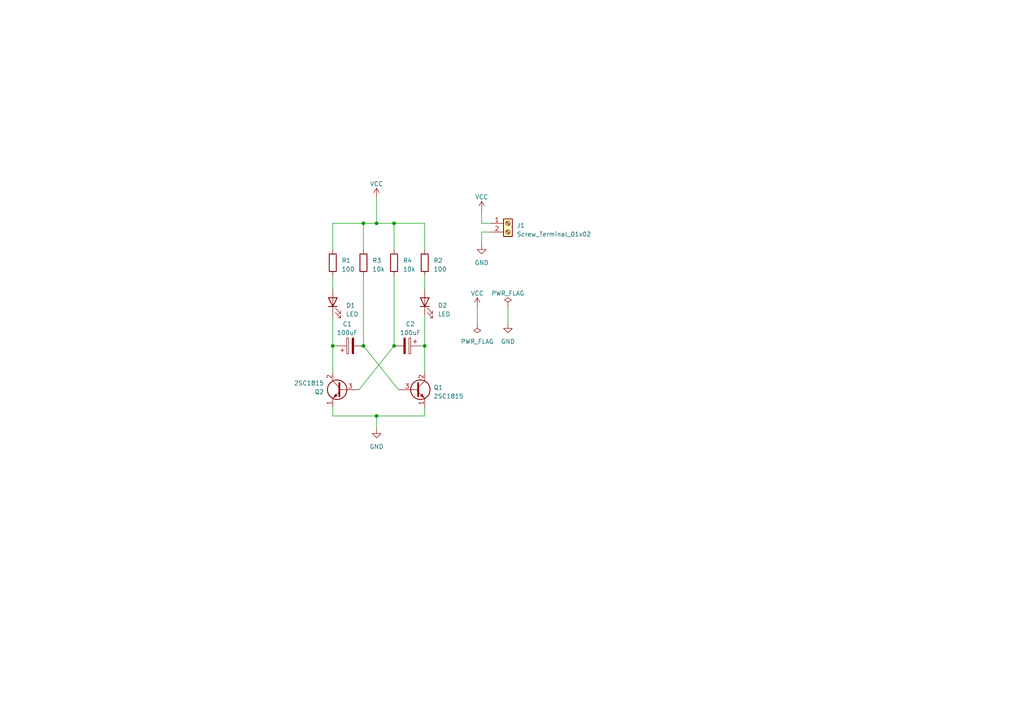
<source format=kicad_sch>
(kicad_sch (version 20230121) (generator eeschema)
  (paper "A4")
  (lib_symbols
    (symbol "Connector:Screw_Terminal_01x02" (pin_names (offset 1.016) hide)
      (property "Reference" "J" (at 0 2.54 0))
      (property "Value" "Screw_Terminal_01x02" (at 0 -5.08 0))
      (symbol "Screw_Terminal_01x02_1_1"
        (rectangle (start -1.27 1.27) (end 1.27 -3.81) (stroke (width 0.254)) (fill (type background)))
        (circle (center 0 -2.54) (radius 0.635) (stroke (width 0.1524)))
        (polyline (pts (xy -0.5334 -2.2098) (xy 0.3302 -3.048)) (stroke (width 0.1524)))
        (polyline (pts (xy -0.5334 0.3302) (xy 0.3302 -0.508)) (stroke (width 0.1524)))
        (polyline (pts (xy -0.3556 -2.032) (xy 0.508 -2.8702)) (stroke (width 0.1524)))
        (polyline (pts (xy -0.3556 0.508) (xy 0.508 -0.3302)) (stroke (width 0.1524)))
        (circle (center 0 0) (radius 0.635) (stroke (width 0.1524)))
        (pin passive line (at -5.08 0 0) (length 3.81) (name "Pin_1") (number "1"))
        (pin passive line (at -5.08 -2.54 0) (length 3.81) (name "Pin_2") (number "2"))
      )
    )
    (symbol "Device:C_Polarized" (pin_numbers hide) (pin_names (offset 0.254))
      (property "Reference" "C" (at 0.635 2.54 0))
      (property "Value" "C_Polarized" (at 0.635 -2.54 0))
      (symbol "C_Polarized_0_1"
        (rectangle (start -2.286 0.508) (end 2.286 1.016))
        (polyline (pts (xy -1.778 2.286) (xy -0.762 2.286)))
        (polyline (pts (xy -1.27 2.794) (xy -1.27 1.778)))
        (rectangle (start 2.286 -0.508) (end -2.286 -1.016) (fill (type outline)))
      )
      (symbol "C_Polarized_1_1"
        (pin passive line (at 0 3.81 270) (length 2.794) (name "~") (number "1"))
        (pin passive line (at 0 -3.81 90) (length 2.794) (name "~") (number "2"))
      )
    )
    (symbol "Device:LED" (pin_numbers hide) (pin_names (offset 1.016) hide)
      (property "Reference" "D" (at 0 2.54 0))
      (property "Value" "LED" (at 0 -2.54 0))
      (symbol "LED_0_1"
        (polyline (pts (xy -1.27 -1.27) (xy -1.27 1.27)) (stroke (width 0.254)))
        (polyline (pts (xy -1.27 0) (xy 1.27 0)))
        (polyline (pts (xy 1.27 -1.27) (xy 1.27 1.27) (xy -1.27 0) (xy 1.27 -1.27)) (stroke (width 0.254)))
        (polyline (pts (xy -3.048 -0.762) (xy -4.572 -2.286) (xy -3.81 -2.286) (xy -4.572 -2.286) (xy -4.572 -1.524)))
        (polyline (pts (xy -1.778 -0.762) (xy -3.302 -2.286) (xy -2.54 -2.286) (xy -3.302 -2.286) (xy -3.302 -1.524)))
      )
      (symbol "LED_1_1"
        (pin passive line (at -3.81 0 0) (length 2.54) (name "K") (number "1"))
        (pin passive line (at 3.81 0 180) (length 2.54) (name "A") (number "2"))
      )
    )
    (symbol "Device:R" (pin_numbers hide) (pin_names (offset 0))
      (property "Reference" "R" (at 2.032 0 90))
      (property "Value" "R" (at 0 0 90))
      (symbol "R_0_1"
        (rectangle (start -1.016 -2.54) (end 1.016 2.54) (stroke (width 0.254)))
      )
      (symbol "R_1_1"
        (pin passive line (at 0 3.81 270) (length 1.27) (name "~") (number "1"))
        (pin passive line (at 0 -3.81 90) (length 1.27) (name "~") (number "2"))
      )
    )
    (symbol "Transistor_BJT:2SC1815" (pin_names (offset 0) hide)
      (property "Reference" "Q" (at 5.08 1.905 0))
      (property "Value" "2SC1815" (at 5.08 0 0))
      (symbol "2SC1815_0_1"
        (polyline (pts (xy 0 0) (xy 0.508 0)))
        (polyline (pts (xy 0.635 0.635) (xy 2.54 2.54)))
        (polyline (pts (xy 0.635 -0.635) (xy 2.54 -2.54) (xy 2.54 -2.54)))
        (polyline (pts (xy 0.635 1.905) (xy 0.635 -1.905) (xy 0.635 -1.905)) (stroke (width 0.508)))
        (polyline (pts (xy 1.27 -1.778) (xy 1.778 -1.27) (xy 2.286 -2.286) (xy 1.27 -1.778) (xy 1.27 -1.778)) (fill (type outline)))
        (circle (center 1.27 0) (radius 2.8194) (stroke (width 0.254)))
      )
      (symbol "2SC1815_1_1"
        (pin passive line (at 2.54 -5.08 90) (length 2.54) (name "E") (number "1"))
        (pin passive line (at 2.54 5.08 270) (length 2.54) (name "C") (number "2"))
        (pin input line (at -5.08 0 0) (length 5.08) (name "B") (number "3"))
      )
    )
    (symbol "power:GND" (power) (pin_names (offset 0))
      (property "Value" "GND" (at 0 -3.81 0))
      (symbol "GND_0_1"
        (polyline (pts (xy 0 0) (xy 0 -1.27) (xy 1.27 -1.27) (xy 0 -2.54) (xy -1.27 -1.27) (xy 0 -1.27)))
      )
      (symbol "GND_1_1"
        (pin power_in line (at 0 0 270) (length 0) hide (name "GND") (number "1"))
      )
    )
    (symbol "power:PWR_FLAG" (power) (pin_numbers hide) (pin_names (offset 0) hide)
      (property "Value" "PWR_FLAG" (at 0 3.81 0))
      (symbol "PWR_FLAG_0_0"
        (pin power_out line (at 0 0 90) (length 0) (name "pwr") (number "1"))
      )
      (symbol "PWR_FLAG_0_1"
        (polyline (pts (xy 0 0) (xy 0 1.27) (xy -1.016 1.905) (xy 0 2.54) (xy 1.016 1.905) (xy 0 1.27)))
      )
    )
    (symbol "power:VCC" (power) (pin_names (offset 0))
      (property "Value" "VCC" (at 0 3.81 0))
      (symbol "VCC_0_1"
        (polyline (pts (xy -0.762 1.27) (xy 0 2.54)))
        (polyline (pts (xy 0 0) (xy 0 2.54)))
        (polyline (pts (xy 0 2.54) (xy 0.762 1.27)))
      )
      (symbol "VCC_1_1"
        (pin power_in line (at 0 0 90) (length 0) hide (name "VCC") (number "1"))
      )
    )
  )
  (junction (at 109.22 64.77))
  (junction (at 114.3 100.33))
  (junction (at 109.22 120.65))
  (junction (at 105.41 64.77))
  (junction (at 123.19 100.33))
  (junction (at 114.3 64.77))
  (junction (at 96.52 100.33))
  (junction (at 105.41 100.33))
  (wire (pts (xy 109.22 120.65) (xy 123.19 120.65)))
  (wire (pts (xy 105.41 64.77) (xy 96.52 64.77)))
  (wire (pts (xy 123.19 120.65) (xy 123.19 118.11)))
  (wire (pts (xy 139.7 64.77) (xy 142.24 64.77)))
  (wire (pts (xy 123.19 91.44) (xy 123.19 100.33)))
  (wire (pts (xy 147.32 88.9) (xy 147.32 93.98)))
  (wire (pts (xy 109.22 64.77) (xy 105.41 64.77)))
  (wire (pts (xy 105.41 80.01) (xy 105.41 100.33)))
  (wire (pts (xy 109.22 120.65) (xy 109.22 124.46)))
  (wire (pts (xy 114.3 64.77) (xy 109.22 64.77)))
  (wire (pts (xy 96.52 118.11) (xy 96.52 120.65)))
  (wire (pts (xy 114.3 64.77) (xy 114.3 72.39)))
  (wire (pts (xy 123.19 72.39) (xy 123.19 64.77)))
  (wire (pts (xy 96.52 120.65) (xy 109.22 120.65)))
  (wire (pts (xy 96.52 91.44) (xy 96.52 100.33)))
  (wire (pts (xy 105.41 100.33) (xy 115.57 113.03)))
  (wire (pts (xy 123.19 80.01) (xy 123.19 83.82)))
  (wire (pts (xy 96.52 80.01) (xy 96.52 83.82)))
  (wire (pts (xy 121.92 100.33) (xy 123.19 100.33)))
  (wire (pts (xy 105.41 64.77) (xy 105.41 72.39)))
  (wire (pts (xy 139.7 60.96) (xy 139.7 64.77)))
  (wire (pts (xy 96.52 100.33) (xy 96.52 107.95)))
  (wire (pts (xy 96.52 64.77) (xy 96.52 72.39)))
  (wire (pts (xy 114.3 100.33) (xy 104.14 113.03)))
  (wire (pts (xy 139.7 67.31) (xy 139.7 71.12)))
  (wire (pts (xy 96.52 100.33) (xy 97.79 100.33)))
  (wire (pts (xy 138.43 88.9) (xy 138.43 93.98)))
  (wire (pts (xy 123.19 100.33) (xy 123.19 107.95)))
  (wire (pts (xy 142.24 67.31) (xy 139.7 67.31)))
  (wire (pts (xy 114.3 80.01) (xy 114.3 100.33)))
  (wire (pts (xy 109.22 57.15) (xy 109.22 64.77)))
  (wire (pts (xy 123.19 64.77) (xy 114.3 64.77)))
  (symbol (lib_id "Device:R") (at 123.19 76.2 0) (unit 1)
    (property "Reference" "R2" (at 125.73 75.565 0) (effects (justify left)))
    (property "Value" "100" (at 125.73 78.105 0) (effects (justify left)))
    (property "Footprint" "Resistor_THT:R_Axial_DIN0207_L6.3mm_D2.5mm_P10.16mm_Horizontal" (effects hide))
  )
  (symbol (lib_id "power:PWR_FLAG") (at 147.32 88.9 0) (unit 1)
    (property "Reference" "#FLG02" (effects hide))
    (property "Value" "PWR_FLAG" (at 147.32 85.09 0))
  )
  (symbol (lib_id "Transistor_BJT:2SC1815") (at 99.06 113.03 0) (mirror y) (unit 1)
    (property "Reference" "Q2" (at 93.98 113.665 0) (effects (justify left)))
    (property "Value" "2SC1815" (at 93.98 111.125 0) (effects (justify left)))
    (property "Footprint" "Package_TO_SOT_THT:TO-92_Inline" (effects hide))
    (property "Datasheet" "https://media.digikey.com/pdf/Data%20Sheets/Toshiba%20PDFs/2SC1815.pdf" (effects hide))
    (property "Sim.Device" "NPN" (effects hide))
    (property "Sim.Type" "GUMMELPOON" (effects hide))
    (property "Sim.Pins" "1=C 2=B 3=E" (effects hide))
  )
  (symbol (lib_id "power:VCC") (at 109.22 57.15 0) (unit 1)
    (property "Reference" "#PWR01" (effects hide))
    (property "Value" "VCC" (at 109.22 53.34 0))
  )
  (symbol (lib_id "power:GND") (at 139.7 71.12 0) (unit 1)
    (property "Reference" "#PWR04" (effects hide))
    (property "Value" "GND" (at 139.7 76.2 0))
  )
  (symbol (lib_id "power:VCC") (at 139.7 60.96 0) (unit 1)
    (property "Reference" "#PWR03" (effects hide))
    (property "Value" "VCC" (at 139.7 57.15 0))
  )
  (symbol (lib_id "Device:C_Polarized") (at 101.6 100.33 90) (unit 1)
    (property "Reference" "C1" (at 100.711 93.98 90))
    (property "Value" "100uF" (at 100.711 96.52 90))
    (property "Footprint" "Capacitor_THT:CP_Radial_D6.3mm_P2.50mm" (effects hide))
  )
  (symbol (lib_id "Transistor_BJT:2SC1815") (at 120.65 113.03 0) (unit 1)
    (property "Reference" "Q1" (at 125.73 112.395 0) (effects (justify left)))
    (property "Value" "2SC1815" (at 125.73 114.935 0) (effects (justify left)))
    (property "Footprint" "Package_TO_SOT_THT:TO-92_Inline" (effects hide))
    (property "Datasheet" "https://media.digikey.com/pdf/Data%20Sheets/Toshiba%20PDFs/2SC1815.pdf" (effects hide))
    (property "Sim.Device" "NPN" (effects hide))
    (property "Sim.Type" "GUMMELPOON" (effects hide))
    (property "Sim.Pins" "1=C 2=B 3=E" (effects hide))
  )
  (symbol (lib_id "power:GND") (at 147.32 93.98 0) (unit 1)
    (property "Reference" "#PWR06" (effects hide))
    (property "Value" "GND" (at 147.32 99.06 0))
  )
  (symbol (lib_id "Device:LED") (at 96.52 87.63 90) (unit 1)
    (property "Reference" "D1" (at 100.33 88.5825 90) (effects (justify right)))
    (property "Value" "LED" (at 100.33 91.1225 90) (effects (justify right)))
    (property "Footprint" "LED_THT:LED_D3.0mm" (effects hide))
  )
  (symbol (lib_id "Connector:Screw_Terminal_01x02") (at 147.32 64.77 0) (unit 1)
    (property "Reference" "J1" (at 149.86 65.405 0) (effects (justify left)))
    (property "Value" "Screw_Terminal_01x02" (at 149.86 67.945 0) (effects (justify left)))
    (property "Footprint" "TerminalBlock:TerminalBlock_bornier-2_P5.08mm" (effects hide))
  )
  (symbol (lib_id "power:VCC") (at 138.43 88.9 0) (unit 1)
    (property "Reference" "#PWR05" (effects hide))
    (property "Value" "VCC" (at 138.43 85.09 0))
  )
  (symbol (lib_id "Device:C_Polarized") (at 118.11 100.33 270) (unit 1)
    (property "Reference" "C2" (at 118.999 93.98 90))
    (property "Value" "100uF" (at 118.999 96.52 90))
    (property "Footprint" "Capacitor_THT:CP_Radial_D6.3mm_P2.50mm" (effects hide))
  )
  (symbol (lib_id "power:GND") (at 109.22 124.46 0) (unit 1)
    (property "Reference" "#PWR02" (effects hide))
    (property "Value" "GND" (at 109.22 129.54 0))
  )
  (symbol (lib_id "Device:R") (at 114.3 76.2 0) (unit 1)
    (property "Reference" "R4" (at 116.84 75.565 0) (effects (justify left)))
    (property "Value" "10k" (at 116.84 78.105 0) (effects (justify left)))
    (property "Footprint" "Resistor_THT:R_Axial_DIN0207_L6.3mm_D2.5mm_P10.16mm_Horizontal" (effects hide))
  )
  (symbol (lib_id "Device:R") (at 105.41 76.2 0) (unit 1)
    (property "Reference" "R3" (at 107.95 75.565 0) (effects (justify left)))
    (property "Value" "10k" (at 107.95 78.105 0) (effects (justify left)))
    (property "Footprint" "Resistor_THT:R_Axial_DIN0207_L6.3mm_D2.5mm_P10.16mm_Horizontal" (effects hide))
  )
  (symbol (lib_id "power:PWR_FLAG") (at 138.43 93.98 180) (unit 1)
    (property "Reference" "#FLG01" (effects hide))
    (property "Value" "PWR_FLAG" (at 138.43 99.06 0))
  )
  (symbol (lib_id "Device:R") (at 96.52 76.2 0) (unit 1)
    (property "Reference" "R1" (at 99.06 75.565 0) (effects (justify left)))
    (property "Value" "100" (at 99.06 78.105 0) (effects (justify left)))
    (property "Footprint" "Resistor_THT:R_Axial_DIN0207_L6.3mm_D2.5mm_P10.16mm_Horizontal" (effects hide))
  )
  (symbol (lib_id "Device:LED") (at 123.19 87.63 90) (unit 1)
    (property "Reference" "D2" (at 127 88.5825 90) (effects (justify right)))
    (property "Value" "LED" (at 127 91.1225 90) (effects (justify right)))
    (property "Footprint" "LED_THT:LED_D3.0mm" (effects hide))
  )
)
</source>
